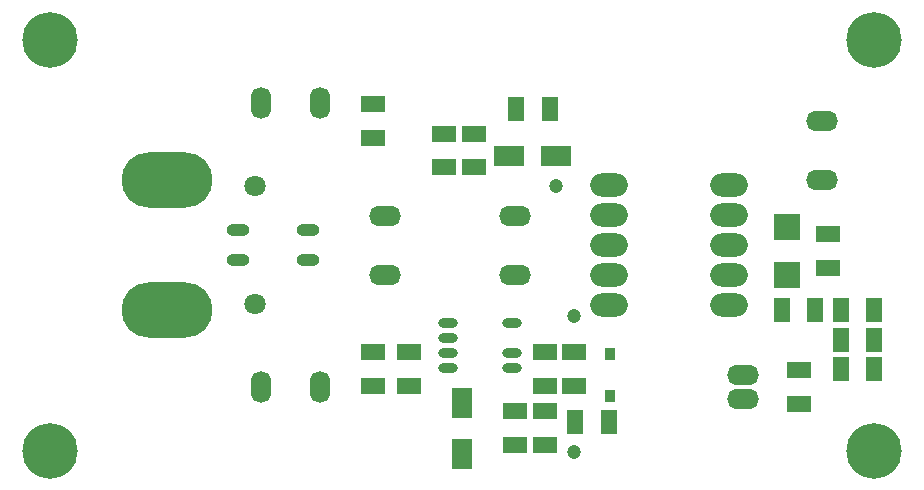
<source format=gts>
G04 Layer_Color=8388736*
%FSLAX25Y25*%
%MOIN*%
G70*
G01*
G75*
%ADD36R,0.07887X0.05721*%
%ADD37R,0.05721X0.07887*%
%ADD38R,0.10446X0.06902*%
%ADD39R,0.07099X0.10052*%
%ADD40O,0.06509X0.03162*%
%ADD41O,0.07690X0.04147*%
%ADD42R,0.03556X0.03950*%
%ADD43R,0.08674X0.08674*%
%ADD44O,0.10642X0.06706*%
%ADD45O,0.10642X0.06706*%
%ADD46C,0.18517*%
%ADD47O,0.30328X0.18517*%
%ADD48O,0.06706X0.10642*%
%ADD49O,0.12611X0.07690*%
%ADD50C,0.07099*%
%ADD51C,0.04737*%
D36*
X165354Y-55413D02*
D03*
Y-66634D02*
D03*
X259842Y-52854D02*
D03*
Y-41634D02*
D03*
X269685Y3642D02*
D03*
Y-7579D02*
D03*
X141732Y37106D02*
D03*
Y25886D02*
D03*
X151575Y37106D02*
D03*
Y25886D02*
D03*
X129921Y-46949D02*
D03*
Y-35728D02*
D03*
X118110Y35728D02*
D03*
Y46949D02*
D03*
Y-46949D02*
D03*
Y-35728D02*
D03*
X185039D02*
D03*
Y-46949D02*
D03*
X175197Y-46949D02*
D03*
Y-35728D02*
D03*
Y-55413D02*
D03*
Y-66634D02*
D03*
D37*
X285138Y-41339D02*
D03*
X273917D02*
D03*
X285138Y-31496D02*
D03*
X273917D02*
D03*
X254232Y-21654D02*
D03*
X265453D02*
D03*
X273917D02*
D03*
X285138D02*
D03*
X176870Y45276D02*
D03*
X165650D02*
D03*
X196555Y-59055D02*
D03*
X185335D02*
D03*
D38*
X163386Y29528D02*
D03*
X179134D02*
D03*
D39*
X147638Y-52559D02*
D03*
Y-69488D02*
D03*
D40*
X164272Y-25965D02*
D03*
Y-35965D02*
D03*
Y-40965D02*
D03*
X142815Y-35965D02*
D03*
Y-25965D02*
D03*
Y-30965D02*
D03*
Y-40965D02*
D03*
D41*
X96161Y4921D02*
D03*
Y-4921D02*
D03*
X73130D02*
D03*
Y4921D02*
D03*
D42*
X196850Y-36417D02*
D03*
Y-50197D02*
D03*
D43*
X255906Y5906D02*
D03*
Y-9843D02*
D03*
D44*
X267717Y21654D02*
D03*
Y41339D02*
D03*
X165354Y-9843D02*
D03*
Y9843D02*
D03*
X122047Y-9843D02*
D03*
Y9843D02*
D03*
D45*
X241142Y-43307D02*
D03*
Y-51181D02*
D03*
D46*
X285039Y68504D02*
D03*
X10236D02*
D03*
Y-68504D02*
D03*
X285039Y-68504D02*
D03*
D47*
X49213Y21654D02*
D03*
Y-21654D02*
D03*
D48*
X100394Y47244D02*
D03*
X80709D02*
D03*
X100394Y-47244D02*
D03*
X80709D02*
D03*
D49*
X236535Y-20000D02*
D03*
Y-10000D02*
D03*
Y0D02*
D03*
Y10000D02*
D03*
Y20000D02*
D03*
X196535Y-20000D02*
D03*
Y-10000D02*
D03*
Y0D02*
D03*
Y10000D02*
D03*
Y20000D02*
D03*
D50*
X78740Y19685D02*
D03*
Y-19685D02*
D03*
D51*
X185039Y-68898D02*
D03*
Y-23622D02*
D03*
X179134Y19685D02*
D03*
M02*

</source>
